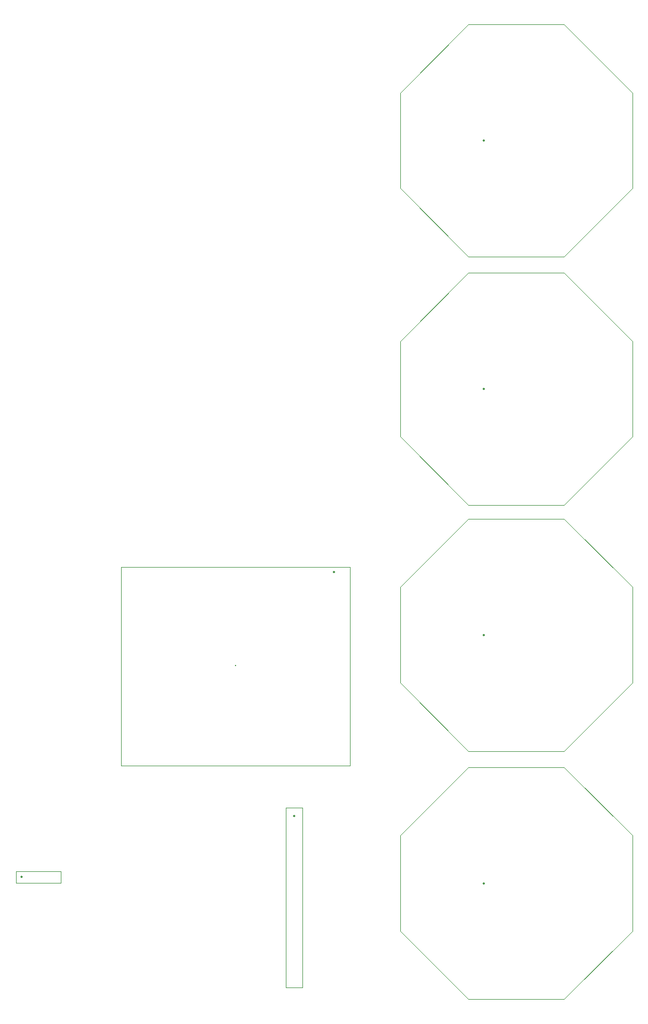
<source format=gbr>
%TF.GenerationSoftware,KiCad,Pcbnew,7.0.6*%
%TF.CreationDate,2023-12-09T00:20:43+01:00*%
%TF.ProjectId,MecProInverter,4d656350-726f-4496-9e76-65727465722e,rev?*%
%TF.SameCoordinates,Original*%
%TF.FileFunction,Component,L4,Bot*%
%TF.FilePolarity,Positive*%
%FSLAX46Y46*%
G04 Gerber Fmt 4.6, Leading zero omitted, Abs format (unit mm)*
G04 Created by KiCad (PCBNEW 7.0.6) date 2023-12-09 00:20:43*
%MOMM*%
%LPD*%
G01*
G04 APERTURE LIST*
%TA.AperFunction,ComponentMain*%
%ADD10C,0.300000*%
%TD*%
%TA.AperFunction,ComponentOutline,Footprint*%
%ADD11C,0.100000*%
%TD*%
%TA.AperFunction,ComponentPin*%
%ADD12P,0.360000X4X0.000000*%
%TD*%
%TA.AperFunction,ComponentPin*%
%ADD13C,0.000000*%
%TD*%
%TA.AperFunction,ComponentOutline,Courtyard*%
%ADD14C,0.100000*%
%TD*%
G04 APERTURE END LIST*
D10*
%TO.C,"R1"*%
%TO.CFtp,"PWR220T-20"*%
%TO.CVal,"14.4"*%
%TO.CLbN,"Own_Footprint"*%
%TO.CMnt,TH*%
%TO.CRot,180*%
X100250000Y-187375000D03*
D11*
X99350000Y-188275000D02*
X99350000Y-186475000D01*
X106230000Y-186475000D01*
X106230000Y-188275000D01*
X99350000Y-188275000D01*
D12*
%TO.P,"R1","1"*%
X100250000Y-187375000D03*
D13*
%TO.P,"R1","2"*%
X105330000Y-187375000D03*
%TD*%
D10*
%TO.C,"C2"*%
%TO.CFtp,"ESMQ351VSN102MA50S"*%
%TO.CVal,"1mF"*%
%TO.CLbN,"Own_Footprint"*%
%TO.CMnt,TH*%
%TO.CRot,-90*%
X171000000Y-112666750D03*
D14*
X183310716Y-94912151D02*
X193754599Y-105356034D01*
X193754599Y-119977466D01*
X183310716Y-130421349D01*
X168689285Y-130421349D01*
X158245401Y-119977466D01*
X158245401Y-105356034D01*
X168689285Y-94912151D01*
X183310716Y-94912151D01*
D12*
%TO.P,"C2","1"*%
X171000000Y-112666750D03*
D13*
%TO.P,"C2","2"*%
X181000000Y-112666750D03*
%TD*%
D10*
%TO.C,"C1"*%
%TO.CFtp,"ESMQ351VSN102MA50S"*%
%TO.CVal,"1mF"*%
%TO.CLbN,"Own_Footprint"*%
%TO.CMnt,TH*%
%TO.CRot,-90*%
X171000000Y-74666750D03*
D14*
X183310716Y-56912151D02*
X193754599Y-67356034D01*
X193754599Y-81977466D01*
X183310716Y-92421349D01*
X168689285Y-92421349D01*
X158245401Y-81977466D01*
X158245401Y-67356034D01*
X168689285Y-56912151D01*
X183310716Y-56912151D01*
D12*
%TO.P,"C1","1"*%
X171000000Y-74666750D03*
D13*
%TO.P,"C1","2"*%
X181000000Y-74666750D03*
%TD*%
D10*
%TO.C,"C4"*%
%TO.CFtp,"ESMQ351VSN102MA50S"*%
%TO.CVal,"1mF"*%
%TO.CLbN,"Own_Footprint"*%
%TO.CMnt,TH*%
%TO.CRot,-90*%
X171000000Y-188333500D03*
D14*
X183310716Y-170578901D02*
X193754599Y-181022784D01*
X193754599Y-195644216D01*
X183310716Y-206088099D01*
X168689285Y-206088099D01*
X158245401Y-195644216D01*
X158245401Y-181022784D01*
X168689285Y-170578901D01*
X183310716Y-170578901D01*
D12*
%TO.P,"C4","1"*%
X171000000Y-188333500D03*
D13*
%TO.P,"C4","2"*%
X181000000Y-188333500D03*
%TD*%
D10*
%TO.C,"C3"*%
%TO.CFtp,"ESMQ351VSN102MA50S"*%
%TO.CVal,"1mF"*%
%TO.CLbN,"Own_Footprint"*%
%TO.CMnt,TH*%
%TO.CRot,-90*%
X171000000Y-150333500D03*
D14*
X183310716Y-132578901D02*
X193754599Y-143022784D01*
X193754599Y-157644216D01*
X183310716Y-168088099D01*
X168689285Y-168088099D01*
X158245401Y-157644216D01*
X158245401Y-143022784D01*
X168689285Y-132578901D01*
X183310716Y-132578901D01*
D12*
%TO.P,"C3","1"*%
X171000000Y-150333500D03*
D13*
%TO.P,"C3","2"*%
X181000000Y-150333500D03*
%TD*%
D10*
%TO.C,"U13"*%
%TO.CFtp,"DIP-24_L36.0-W21.0-P1.60-LS28.6-TL"*%
%TO.CVal,"IKCM20L60GA"*%
%TO.CLbN,"footprint"*%
%TO.CMnt,TH*%
%TO.CRot,0*%
X133000000Y-155000000D03*
D11*
X150555118Y-139900025D02*
X150555118Y-170299975D01*
X115444882Y-170299975D01*
X115444882Y-139900025D01*
X150555118Y-139900025D01*
D12*
%TO.P,"U13","1","VS(U)"*%
X148100203Y-140700025D03*
D13*
%TO.P,"U13","2","VB(U)"*%
X146099949Y-143700025D03*
%TO.P,"U13","3","VS(V)"*%
X142700152Y-140700025D03*
%TO.P,"U13","4","VB(V)"*%
X141099949Y-143700025D03*
%TO.P,"U13","5","VS(W)"*%
X137699898Y-140700025D03*
%TO.P,"U13","6","VB(W)"*%
X136099949Y-143700025D03*
%TO.P,"U13","7","HIN(U)"*%
X132699898Y-140700025D03*
%TO.P,"U13","8","HIN(V)"*%
X131099949Y-143700025D03*
%TO.P,"U13","9","HIN(W)"*%
X129500000Y-140700025D03*
%TO.P,"U13","10","LIN(U)"*%
X127900051Y-143700025D03*
%TO.P,"U13","11","LIN(V)"*%
X126300102Y-140700025D03*
%TO.P,"U13","12","LIN(W)"*%
X124699898Y-143700025D03*
%TO.P,"U13","13","VDD"*%
X123099949Y-140700025D03*
%TO.P,"U13","14","VFO"*%
X121500000Y-143700025D03*
%TO.P,"U13","15","ITRIP"*%
X119900051Y-140700025D03*
%TO.P,"U13","16","VSS"*%
X117900051Y-143700025D03*
%TO.P,"U13","17","NW"*%
X116444882Y-169299975D03*
%TO.P,"U13","18","NV"*%
X121175133Y-169299975D03*
%TO.P,"U13","19","NU"*%
X125905131Y-169299975D03*
%TO.P,"U13","20","W"*%
X130635128Y-169299975D03*
%TO.P,"U13","21","V"*%
X135365126Y-169299975D03*
%TO.P,"U13","22","U"*%
X140095123Y-169299975D03*
%TO.P,"U13","23","P"*%
X144825121Y-169299975D03*
%TO.P,"U13","24","NC"*%
X149555118Y-169299975D03*
%TD*%
D10*
%TO.C,"U4"*%
%TO.CFtp,"LVE2560E"*%
%TO.CVal," LVE2560E"*%
%TO.CLbN,"Own_Footprint"*%
%TO.CMnt,TH*%
%TO.CRot,90*%
X142000000Y-178000000D03*
D11*
X140750000Y-176750000D02*
X143250000Y-176750000D01*
X143250000Y-204250000D01*
X140750000Y-204250000D01*
X140750000Y-176750000D01*
D12*
%TO.P,"U4","1","VDD"*%
X142000000Y-178000000D03*
D13*
%TO.P,"U4","2","~Phase"*%
X142000000Y-185500000D03*
%TO.P,"U4","3","~Neutral"*%
X142000000Y-193000000D03*
%TO.P,"U4","4","GND"*%
X142000000Y-203000000D03*
%TD*%
M02*

</source>
